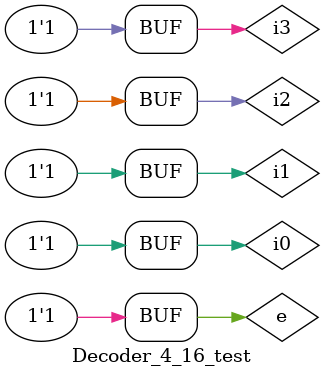
<source format=v>
`timescale 1ns / 1ps


module Decoder_4_16_test;

	// Inputs
	reg i0;
	reg i1;
	reg i2;
	reg i3;
	reg e;

	// Outputs
	wire d0;
	wire d1;
	wire d2;
	wire d3;
	wire d4;
	wire d5;
	wire d6;
	wire d7;
	wire d8;
	wire d9;
	wire d10;
	wire d11;
	wire d12;
	wire d13;
	wire d14;
	wire d15;
	wire out;
	// Instantiate the Unit Under Test (UUT)
	Decoder_4_16 uut (
		.out(out),
		.d0(d0), 
		.d1(d1), 
		.d2(d2), 
		.d3(d3), 
		.d4(d4), 
		.d5(d5), 
		.d6(d6), 
		.d7(d7), 
		.d8(d8), 
		.d9(d9), 
		.d10(d10), 
		.d11(d11), 
		.d12(d12), 
		.d13(d13), 
		.d14(d14), 
		.d15(d15), 
		.i0(i0), 
		.i1(i1), 
		.i2(i2), 
		.i3(i3), 
		.e(e)
	);

	initial begin
		// Initialize Inputs
		i0 = 0;
		i1 = 0;
		i2 = 0;
		i3 = 0;
		e = 0;

		// Initialize Inputs
		{i0, i1, i2, i3} =  4'b0000;
		e = 1'b1;
		#100;
		
		{i0, i1, i2, i3} =  4'b0001;
		e = 1'b1;
		#100;
		
		{i0, i1, i2, i3} =  4'b0010;
		e = 1'b1;
		#100;
		
		{i0, i1, i2, i3} =  4'b0011;
		e = 1'b1;
		#100;
		
		{i0, i1, i2, i3} =  4'b0100;
		e = 1'b1;
		#100;
		
		{i0, i1, i2, i3} =  4'b0101;
		e = 1'b1;
		#100;
		
		{i0, i1, i2, i3} =  4'b0110;
		e = 1'b1;
		#100;
		
		{i0, i1, i2, i3} =  4'b0111;
		e = 1'b1;
		#100;
		
		{i0, i1, i2, i3} =  4'b1000;
		e = 1'b1;
		#100;
		
		{i0, i1, i2, i3} =  4'b1001;
		e = 1'b1;
		#100;
		
		{i0, i1, i2, i3} =  4'b1010;
		e = 1'b1;
		#100;
		
		{i0, i1, i2, i3} =  4'b1011;
		e = 1'b1;
		#100;
		
		{i0, i1, i2, i3} =  4'b1100;
		e = 1'b1;
		#100;
		
		{i0, i1, i2, i3} =  4'b1101;
		e = 1'b1;
		#100;
		
		{i0, i1, i2, i3} =  4'b1110;
		e = 1'b1;
		#100;
		
		{i0, i1, i2, i3} =  4'b1111;
		e = 1'b1;
		#100;
        

	end
      
endmodule


</source>
